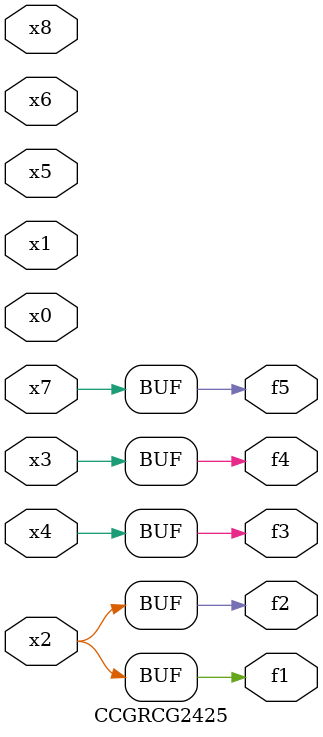
<source format=v>
module CCGRCG2425(
	input x0, x1, x2, x3, x4, x5, x6, x7, x8,
	output f1, f2, f3, f4, f5
);
	assign f1 = x2;
	assign f2 = x2;
	assign f3 = x4;
	assign f4 = x3;
	assign f5 = x7;
endmodule

</source>
